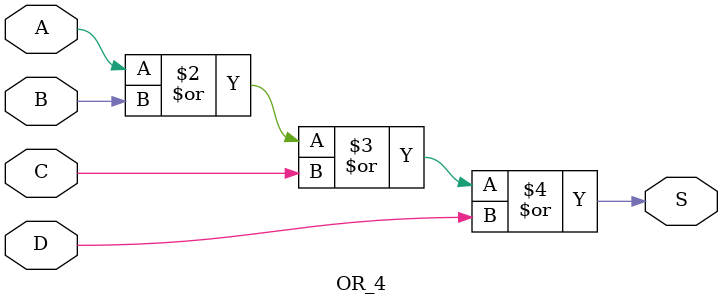
<source format=v>
module OR_4(S,A,B,C,D);
	input A,B,C,D;
	output reg S;
	always @*
		S = A|B|C|D;
endmodule
</source>
